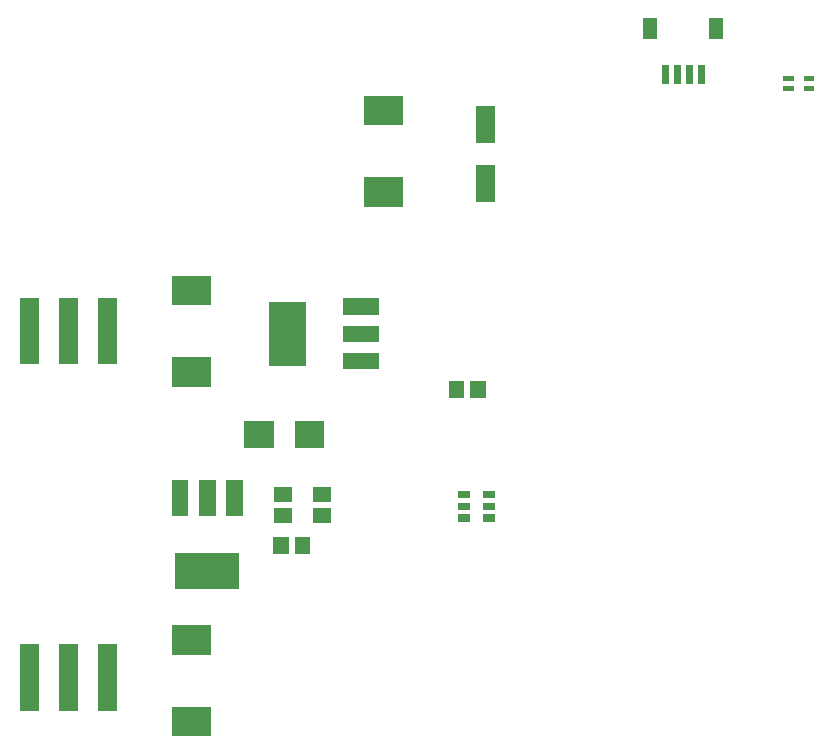
<source format=gbr>
G04 start of page 10 for group -4015 idx -4015 *
G04 Title: (unknown), toppaste *
G04 Creator: pcb 4.0.2 *
G04 CreationDate: Wed Jul  1 19:45:12 2020 UTC *
G04 For: ndholmes *
G04 Format: Gerber/RS-274X *
G04 PCB-Dimensions (mil): 4000.00 2800.00 *
G04 PCB-Coordinate-Origin: lower left *
%MOIN*%
%FSLAX25Y25*%
%LNTOPPASTE*%
%ADD77C,0.0001*%
G54D77*G36*
X202602Y157952D02*X197484D01*
Y152048D01*
X202602D01*
Y157952D01*
G37*
G36*
X195516D02*X190398D01*
Y152048D01*
X195516D01*
Y157952D01*
G37*
G36*
X79650Y70150D02*X73350D01*
Y47850D01*
X79650D01*
Y70150D01*
G37*
G36*
X66650D02*X60350D01*
Y47850D01*
X66650D01*
Y70150D01*
G37*
G36*
X53650D02*X47350D01*
Y47850D01*
X53650D01*
Y70150D01*
G37*
G36*
X132048Y122602D02*Y117484D01*
X137952D01*
Y122602D01*
X132048D01*
G37*
G36*
Y115516D02*Y110398D01*
X137952D01*
Y115516D01*
X132048D01*
G37*
G36*
X145048Y115473D02*Y110355D01*
X150952D01*
Y115473D01*
X145048D01*
G37*
G36*
Y122559D02*Y117441D01*
X150952D01*
Y122559D01*
X145048D01*
G37*
G36*
X136973Y105952D02*X131855D01*
Y100048D01*
X136973D01*
Y105952D01*
G37*
G36*
X144059D02*X138941D01*
Y100048D01*
X144059D01*
Y105952D01*
G37*
G36*
X154900Y167300D02*Y161700D01*
X167100D01*
Y167300D01*
X154900D01*
G37*
G36*
Y176300D02*Y170700D01*
X167100D01*
Y176300D01*
X154900D01*
G37*
G36*
Y185400D02*Y179800D01*
X167100D01*
Y185400D01*
X154900D01*
G37*
G36*
X142700Y184100D02*X130500D01*
Y162900D01*
X142700D01*
Y184100D01*
G37*
G36*
X98004Y76504D02*Y66662D01*
X110996D01*
Y76504D01*
X98004D01*
G37*
G36*
Y49338D02*Y39496D01*
X110996D01*
Y49338D01*
X98004D01*
G37*
G36*
X53650Y185650D02*X47350D01*
Y163350D01*
X53650D01*
Y185650D01*
G37*
G36*
X66650D02*X60350D01*
Y163350D01*
X66650D01*
Y185650D01*
G37*
G36*
X79650D02*X73350D01*
Y163350D01*
X79650D01*
Y185650D01*
G37*
G36*
X98004Y193004D02*Y183162D01*
X110996D01*
Y193004D01*
X98004D01*
G37*
G36*
Y165838D02*Y155996D01*
X110996D01*
Y165838D01*
X98004D01*
G37*
G36*
X122114Y144528D02*Y135472D01*
X131956D01*
Y144528D01*
X122114D01*
G37*
G36*
X139044D02*Y135472D01*
X148886D01*
Y144528D01*
X139044D01*
G37*
G36*
X205650Y249642D02*X199350D01*
Y237043D01*
X205650D01*
Y249642D01*
G37*
G36*
Y229957D02*X199350D01*
Y217358D01*
X205650D01*
Y229957D01*
G37*
G36*
X162004Y225839D02*Y215996D01*
X174996D01*
Y225839D01*
X162004D01*
G37*
G36*
Y253004D02*Y243161D01*
X174996D01*
Y253004D01*
X162004D01*
G37*
G36*
X121600Y125000D02*X116000D01*
Y112800D01*
X121600D01*
Y125000D01*
G37*
G36*
X112600D02*X107000D01*
Y112800D01*
X112600D01*
Y125000D01*
G37*
G36*
X103500D02*X97900D01*
Y112800D01*
X103500D01*
Y125000D01*
G37*
G36*
X99200Y100600D02*Y88400D01*
X120400D01*
Y100600D01*
X99200D01*
G37*
G36*
X193500Y121200D02*Y118800D01*
X197500D01*
Y121200D01*
X193500D01*
G37*
G36*
Y117300D02*Y114900D01*
X197500D01*
Y117300D01*
X193500D01*
G37*
G36*
Y113400D02*Y111000D01*
X197500D01*
Y113400D01*
X193500D01*
G37*
G36*
X201700D02*Y111000D01*
X205700D01*
Y113400D01*
X201700D01*
G37*
G36*
Y117300D02*Y114900D01*
X205700D01*
Y117300D01*
X201700D01*
G37*
G36*
Y121200D02*Y118800D01*
X205700D01*
Y121200D01*
X201700D01*
G37*
G36*
X275587Y263051D02*X273225D01*
Y256949D01*
X275587D01*
Y263051D01*
G37*
G36*
X271650D02*X269288D01*
Y256949D01*
X271650D01*
Y263051D01*
G37*
G36*
X267712D02*X265350D01*
Y256949D01*
X267712D01*
Y263051D01*
G37*
G36*
X263775D02*X261413D01*
Y256949D01*
X263775D01*
Y263051D01*
G37*
G36*
X281886Y278799D02*X277162D01*
Y271713D01*
X281886D01*
Y278799D01*
G37*
G36*
X259838D02*X255114D01*
Y271713D01*
X259838D01*
Y278799D01*
G37*
G36*
X308576Y256261D02*Y254589D01*
X312120D01*
Y256261D01*
X308576D01*
G37*
G36*
Y259411D02*Y257739D01*
X312120D01*
Y259411D01*
X308576D01*
G37*
G36*
X301880D02*Y257739D01*
X305424D01*
Y259411D01*
X301880D01*
G37*
G36*
Y256261D02*Y254589D01*
X305424D01*
Y256261D01*
X301880D01*
G37*
M02*

</source>
